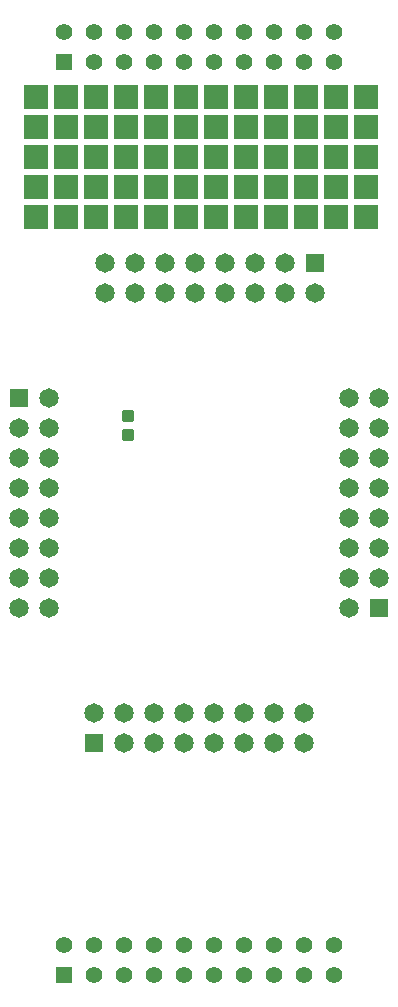
<source format=gbr>
%TF.GenerationSoftware,Altium Limited,Altium Designer,23.4.1 (23)*%
G04 Layer_Color=255*
%FSLAX45Y45*%
%MOMM*%
%TF.SameCoordinates,37F79050-5382-499E-8BED-BD4E09E40BF1*%
%TF.FilePolarity,Positive*%
%TF.FileFunction,Pads,Bot*%
%TF.Part,Single*%
G01*
G75*
%TA.AperFunction,ComponentPad*%
%ADD16C,1.39000*%
%ADD17R,1.39000X1.39000*%
%ADD18R,1.65000X1.65000*%
%ADD19C,1.65000*%
%TA.AperFunction,ViaPad*%
%ADD20R,2.00000X2.00000*%
%TA.AperFunction,ComponentPad*%
%ADD21R,1.65000X1.65000*%
%TA.AperFunction,SMDPad,CuDef*%
G04:AMPARAMS|DCode=23|XSize=0.94mm|YSize=1.02mm|CornerRadius=0.094mm|HoleSize=0mm|Usage=FLASHONLY|Rotation=90.000|XOffset=0mm|YOffset=0mm|HoleType=Round|Shape=RoundedRectangle|*
%AMROUNDEDRECTD23*
21,1,0.94000,0.83200,0,0,90.0*
21,1,0.75200,1.02000,0,0,90.0*
1,1,0.18800,0.41600,0.37600*
1,1,0.18800,0.41600,-0.37600*
1,1,0.18800,-0.41600,-0.37600*
1,1,0.18800,-0.41600,0.37600*
%
%ADD23ROUNDEDRECTD23*%
D16*
X2794000Y8492000D02*
D03*
Y8238000D02*
D03*
X2540000Y8492000D02*
D03*
Y8238000D02*
D03*
X2286000Y8492000D02*
D03*
Y8238000D02*
D03*
X2032000Y8492000D02*
D03*
Y8238000D02*
D03*
X1778000Y8492000D02*
D03*
Y8238000D02*
D03*
X1524000Y8492000D02*
D03*
Y8238000D02*
D03*
X1270000Y8492000D02*
D03*
Y8238000D02*
D03*
X1016000Y8492000D02*
D03*
Y8238000D02*
D03*
X762000Y8492000D02*
D03*
Y8238000D02*
D03*
X508000Y8492000D02*
D03*
X2794000Y762000D02*
D03*
Y508000D02*
D03*
X2540000Y762000D02*
D03*
Y508000D02*
D03*
X2286000Y762000D02*
D03*
Y508000D02*
D03*
X2032000Y762000D02*
D03*
Y508000D02*
D03*
X1778000Y762000D02*
D03*
Y508000D02*
D03*
X1524000Y762000D02*
D03*
Y508000D02*
D03*
X1270000Y762000D02*
D03*
Y508000D02*
D03*
X1016000Y762000D02*
D03*
Y508000D02*
D03*
X762000Y762000D02*
D03*
Y508000D02*
D03*
X508000Y762000D02*
D03*
D17*
Y8238000D02*
D03*
Y508000D02*
D03*
D18*
X3173000Y3611000D02*
D03*
X127000Y5389000D02*
D03*
D19*
X2919000Y3611000D02*
D03*
X3173000Y3865000D02*
D03*
X2919000D02*
D03*
X3173000Y4119000D02*
D03*
X2919000D02*
D03*
X3173000Y4373000D02*
D03*
X2919000D02*
D03*
X3173000Y4627000D02*
D03*
X2919000D02*
D03*
X3173000Y4881000D02*
D03*
X2919000D02*
D03*
X3173000Y5135000D02*
D03*
X2919000D02*
D03*
X3173000Y5389000D02*
D03*
X2919000D02*
D03*
X381000D02*
D03*
X127000Y5135000D02*
D03*
X381000D02*
D03*
X127000Y4881000D02*
D03*
X381000D02*
D03*
X127000Y4627000D02*
D03*
X381000D02*
D03*
X127000Y4373000D02*
D03*
X381000D02*
D03*
X127000Y4119000D02*
D03*
X381000D02*
D03*
X127000Y3865000D02*
D03*
X381000D02*
D03*
X127000Y3611000D02*
D03*
X381000D02*
D03*
X761000Y2722000D02*
D03*
X1015000Y2468000D02*
D03*
Y2722000D02*
D03*
X1269000Y2468000D02*
D03*
Y2722000D02*
D03*
X1523000Y2468000D02*
D03*
Y2722000D02*
D03*
X1777000Y2468000D02*
D03*
Y2722000D02*
D03*
X2031000Y2468000D02*
D03*
Y2722000D02*
D03*
X2285000Y2468000D02*
D03*
Y2722000D02*
D03*
X2539000Y2468000D02*
D03*
Y2722000D02*
D03*
X2635250Y6278000D02*
D03*
X2381250Y6532000D02*
D03*
Y6278000D02*
D03*
X2127250Y6532000D02*
D03*
Y6278000D02*
D03*
X1873250Y6532000D02*
D03*
Y6278000D02*
D03*
X1619250Y6532000D02*
D03*
Y6278000D02*
D03*
X1365250Y6532000D02*
D03*
Y6278000D02*
D03*
X1111250Y6532000D02*
D03*
Y6278000D02*
D03*
X857250Y6532000D02*
D03*
Y6278000D02*
D03*
D20*
X2555875Y6921500D02*
D03*
X2301875D02*
D03*
X2809875D02*
D03*
X3063875D02*
D03*
X1539875D02*
D03*
X1793875D02*
D03*
X2047875D02*
D03*
X1285875D02*
D03*
X777875D02*
D03*
X523875D02*
D03*
X1031875D02*
D03*
X269875D02*
D03*
X2555875Y7175500D02*
D03*
X2301875D02*
D03*
X2809875D02*
D03*
X3063875D02*
D03*
X1539875D02*
D03*
X1793875D02*
D03*
X2047875D02*
D03*
X1285875D02*
D03*
X777875D02*
D03*
X523875D02*
D03*
X1031875D02*
D03*
X269875D02*
D03*
Y7429500D02*
D03*
X1031875D02*
D03*
X523875D02*
D03*
X777875D02*
D03*
X1285875D02*
D03*
X2047875D02*
D03*
X1793875D02*
D03*
X1539875D02*
D03*
X3063875D02*
D03*
X2809875D02*
D03*
X2301875D02*
D03*
X2555875D02*
D03*
X2301875Y7937500D02*
D03*
Y7683500D02*
D03*
X2555875D02*
D03*
Y7937500D02*
D03*
X3063875D02*
D03*
Y7683500D02*
D03*
X2809875D02*
D03*
Y7937500D02*
D03*
X1285875D02*
D03*
Y7683500D02*
D03*
X1539875D02*
D03*
Y7937500D02*
D03*
X2047875D02*
D03*
Y7683500D02*
D03*
X1793875D02*
D03*
Y7937500D02*
D03*
X777875D02*
D03*
Y7683500D02*
D03*
X1031875D02*
D03*
Y7937500D02*
D03*
X523875D02*
D03*
Y7683500D02*
D03*
X269875D02*
D03*
Y7937500D02*
D03*
D21*
X761000Y2468000D02*
D03*
X2635250Y6532000D02*
D03*
D23*
X1047750Y5080375D02*
D03*
Y5238375D02*
D03*
%TF.MD5,215f66885c99db7cf192d9e37eb84a92*%
M02*

</source>
